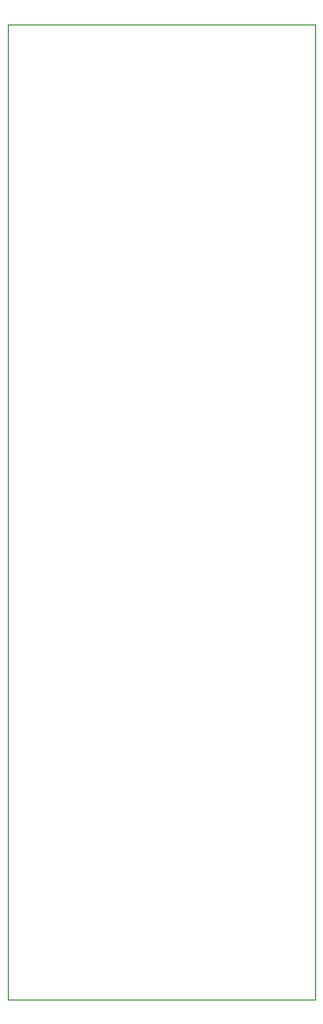
<source format=gm1>
G04 #@! TF.GenerationSoftware,KiCad,Pcbnew,(5.1.12)-1*
G04 #@! TF.CreationDate,2022-08-10T22:17:10-07:00*
G04 #@! TF.ProjectId,jbVeraHDMI,6a625665-7261-4484-944d-492e6b696361,rev?*
G04 #@! TF.SameCoordinates,Original*
G04 #@! TF.FileFunction,Profile,NP*
%FSLAX46Y46*%
G04 Gerber Fmt 4.6, Leading zero omitted, Abs format (unit mm)*
G04 Created by KiCad (PCBNEW (5.1.12)-1) date 2022-08-10 22:17:10*
%MOMM*%
%LPD*%
G01*
G04 APERTURE LIST*
G04 #@! TA.AperFunction,Profile*
%ADD10C,0.050000*%
G04 #@! TD*
G04 APERTURE END LIST*
D10*
X153238200Y-71932800D02*
X153238200Y-155841700D01*
X153238200Y-71551800D02*
X153238200Y-71932800D01*
X126644400Y-71551800D02*
X126644400Y-155841700D01*
X153238200Y-71551800D02*
X126644400Y-71551800D01*
X153238200Y-155841700D02*
X126644400Y-155841700D01*
M02*

</source>
